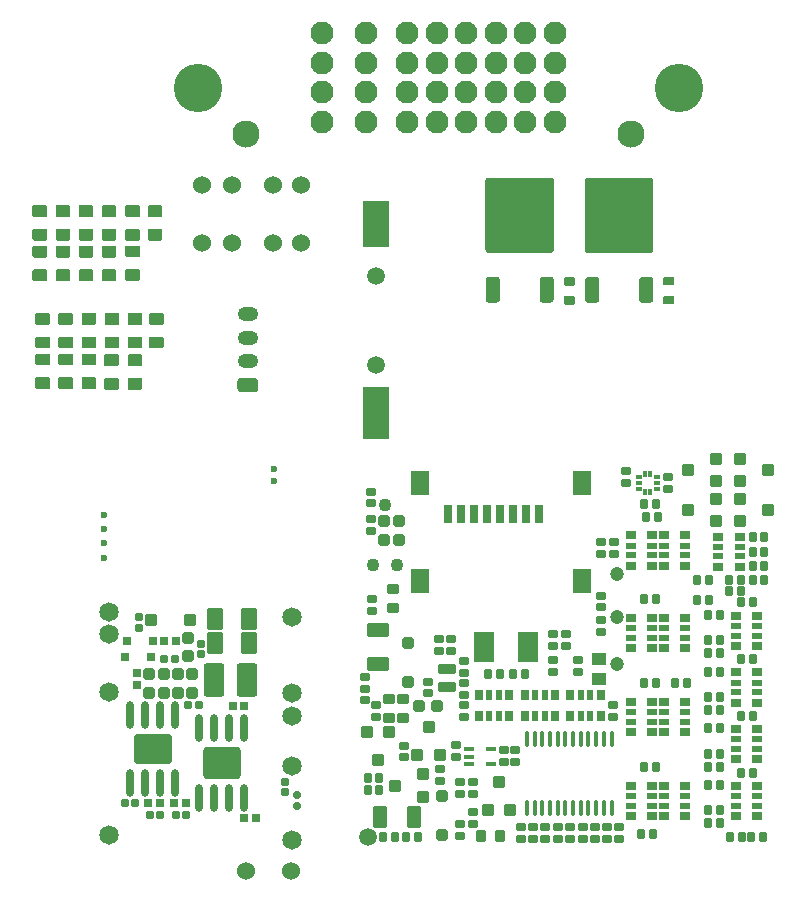
<source format=gbs>
G75*
G70*
%OFA0B0*%
%FSLAX25Y25*%
%IPPOS*%
%LPD*%
%AMOC8*
5,1,8,0,0,1.08239X$1,22.5*
%
%AMM108*
21,1,0.029530,0.026380,-0.000000,0.000000,0.000000*
21,1,0.020470,0.035430,-0.000000,0.000000,0.000000*
1,1,0.009060,0.010240,-0.013190*
1,1,0.009060,-0.010240,-0.013190*
1,1,0.009060,-0.010240,0.013190*
1,1,0.009060,0.010240,0.013190*
%
%AMM109*
21,1,0.021650,0.027950,-0.000000,0.000000,0.000000*
21,1,0.014170,0.035430,-0.000000,0.000000,0.000000*
1,1,0.007480,0.007090,-0.013980*
1,1,0.007480,-0.007090,-0.013980*
1,1,0.007480,-0.007090,0.013980*
1,1,0.007480,0.007090,0.013980*
%
%AMM112*
21,1,0.031500,0.018900,-0.000000,0.000000,180.000000*
21,1,0.022840,0.027560,-0.000000,0.000000,180.000000*
1,1,0.008660,-0.011420,0.009450*
1,1,0.008660,0.011420,0.009450*
1,1,0.008660,0.011420,-0.009450*
1,1,0.008660,-0.011420,-0.009450*
%
%AMM114*
21,1,0.031500,0.018900,-0.000000,0.000000,270.000000*
21,1,0.022840,0.027560,-0.000000,0.000000,270.000000*
1,1,0.008660,-0.009450,-0.011420*
1,1,0.008660,-0.009450,0.011420*
1,1,0.008660,0.009450,0.011420*
1,1,0.008660,0.009450,-0.011420*
%
%AMM116*
21,1,0.039370,0.030320,-0.000000,0.000000,0.000000*
21,1,0.028350,0.041340,-0.000000,0.000000,0.000000*
1,1,0.011020,0.014170,-0.015160*
1,1,0.011020,-0.014170,-0.015160*
1,1,0.011020,-0.014170,0.015160*
1,1,0.011020,0.014170,0.015160*
%
%AMM119*
21,1,0.031500,0.030710,-0.000000,0.000000,90.000000*
21,1,0.022050,0.040160,-0.000000,0.000000,90.000000*
1,1,0.009450,0.015350,0.011020*
1,1,0.009450,0.015350,-0.011020*
1,1,0.009450,-0.015350,-0.011020*
1,1,0.009450,-0.015350,0.011020*
%
%AMM137*
21,1,0.037400,0.026770,-0.000000,0.000000,180.000000*
21,1,0.026770,0.037400,-0.000000,0.000000,180.000000*
1,1,0.010630,-0.013390,0.013390*
1,1,0.010630,0.013390,0.013390*
1,1,0.010630,0.013390,-0.013390*
1,1,0.010630,-0.013390,-0.013390*
%
%AMM138*
21,1,0.029530,0.026380,-0.000000,0.000000,90.000000*
21,1,0.020470,0.035430,-0.000000,0.000000,90.000000*
1,1,0.009060,0.013190,0.010240*
1,1,0.009060,0.013190,-0.010240*
1,1,0.009060,-0.013190,-0.010240*
1,1,0.009060,-0.013190,0.010240*
%
%AMM139*
21,1,0.021650,0.027950,-0.000000,0.000000,90.000000*
21,1,0.014170,0.035430,-0.000000,0.000000,90.000000*
1,1,0.007480,0.013980,0.007090*
1,1,0.007480,0.013980,-0.007090*
1,1,0.007480,-0.013980,-0.007090*
1,1,0.007480,-0.013980,0.007090*
%
%AMM140*
21,1,0.037400,0.026770,-0.000000,0.000000,90.000000*
21,1,0.026770,0.037400,-0.000000,0.000000,90.000000*
1,1,0.010630,0.013390,0.013390*
1,1,0.010630,0.013390,-0.013390*
1,1,0.010630,-0.013390,-0.013390*
1,1,0.010630,-0.013390,0.013390*
%
%AMM141*
21,1,0.082680,0.045670,-0.000000,0.000000,270.000000*
21,1,0.067320,0.061020,-0.000000,0.000000,270.000000*
1,1,0.015350,-0.022840,-0.033660*
1,1,0.015350,-0.022840,0.033660*
1,1,0.015350,0.022840,0.033660*
1,1,0.015350,0.022840,-0.033660*
%
%AMM142*
21,1,0.062990,0.020470,-0.000000,0.000000,270.000000*
21,1,0.053940,0.029530,-0.000000,0.000000,270.000000*
1,1,0.009060,-0.010240,-0.026970*
1,1,0.009060,-0.010240,0.026970*
1,1,0.009060,0.010240,0.026970*
1,1,0.009060,0.010240,-0.026970*
%
%AMM143*
21,1,0.039370,0.030320,-0.000000,0.000000,270.000000*
21,1,0.028350,0.041340,-0.000000,0.000000,270.000000*
1,1,0.011020,-0.015160,-0.014170*
1,1,0.011020,-0.015160,0.014170*
1,1,0.011020,0.015160,0.014170*
1,1,0.011020,0.015160,-0.014170*
%
%AMM144*
21,1,0.016540,0.028980,-0.000000,0.000000,270.000000*
21,1,0.010080,0.035430,-0.000000,0.000000,270.000000*
1,1,0.006460,-0.014490,-0.005040*
1,1,0.006460,-0.014490,0.005040*
1,1,0.006460,0.014490,0.005040*
1,1,0.006460,0.014490,-0.005040*
%
%AMM145*
21,1,0.074800,0.036220,-0.000000,0.000000,90.000000*
21,1,0.061810,0.049210,-0.000000,0.000000,90.000000*
1,1,0.012990,0.018110,0.030910*
1,1,0.012990,0.018110,-0.030910*
1,1,0.012990,-0.018110,-0.030910*
1,1,0.012990,-0.018110,0.030910*
%
%AMM146*
21,1,0.039760,0.026770,-0.000000,0.000000,90.000000*
21,1,0.029130,0.037400,-0.000000,0.000000,90.000000*
1,1,0.010630,0.013390,0.014570*
1,1,0.010630,0.013390,-0.014570*
1,1,0.010630,-0.013390,-0.014570*
1,1,0.010630,-0.013390,0.014570*
%
%AMM147*
21,1,0.031500,0.049610,-0.000000,0.000000,90.000000*
21,1,0.022050,0.059060,-0.000000,0.000000,90.000000*
1,1,0.009450,0.024800,0.011020*
1,1,0.009450,0.024800,-0.011020*
1,1,0.009450,-0.024800,-0.011020*
1,1,0.009450,-0.024800,0.011020*
%
%AMM148*
21,1,0.074800,0.036220,-0.000000,0.000000,180.000000*
21,1,0.061810,0.049210,-0.000000,0.000000,180.000000*
1,1,0.012990,-0.030910,0.018110*
1,1,0.012990,0.030910,0.018110*
1,1,0.012990,0.030910,-0.018110*
1,1,0.012990,-0.030910,-0.018110*
%
%AMM149*
21,1,0.031500,0.030710,-0.000000,0.000000,180.000000*
21,1,0.022050,0.040160,-0.000000,0.000000,180.000000*
1,1,0.009450,-0.011020,0.015350*
1,1,0.009450,0.011020,0.015350*
1,1,0.009450,0.011020,-0.015350*
1,1,0.009450,-0.011020,-0.015350*
%
%AMM75*
21,1,0.041340,0.026770,0.000000,0.000000,0.000000*
21,1,0.029130,0.038980,0.000000,0.000000,0.000000*
1,1,0.012210,0.014570,-0.013390*
1,1,0.012210,-0.014570,-0.013390*
1,1,0.012210,-0.014570,0.013390*
1,1,0.012210,0.014570,0.013390*
%
%AMM76*
21,1,0.076380,0.036220,0.000000,0.000000,90.000000*
21,1,0.061810,0.050790,0.000000,0.000000,90.000000*
1,1,0.014570,0.018110,0.030910*
1,1,0.014570,0.018110,-0.030910*
1,1,0.014570,-0.018110,-0.030910*
1,1,0.014570,-0.018110,0.030910*
%
%AMM79*
21,1,0.029130,0.018900,0.000000,0.000000,90.000000*
21,1,0.018900,0.029130,0.000000,0.000000,90.000000*
1,1,0.010240,0.009450,0.009450*
1,1,0.010240,0.009450,-0.009450*
1,1,0.010240,-0.009450,-0.009450*
1,1,0.010240,-0.009450,0.009450*
%
%AMM80*
21,1,0.025200,0.019680,0.000000,0.000000,0.000000*
21,1,0.015750,0.029130,0.000000,0.000000,0.000000*
1,1,0.009450,0.007870,-0.009840*
1,1,0.009450,-0.007870,-0.009840*
1,1,0.009450,-0.007870,0.009840*
1,1,0.009450,0.007870,0.009840*
%
%AMM81*
21,1,0.025200,0.019680,0.000000,0.000000,270.000000*
21,1,0.015750,0.029130,0.000000,0.000000,270.000000*
1,1,0.009450,-0.009840,-0.007870*
1,1,0.009450,-0.009840,0.007870*
1,1,0.009450,0.009840,0.007870*
1,1,0.009450,0.009840,-0.007870*
%
%AMM87*
21,1,0.111810,0.050390,0.000000,0.000000,90.000000*
21,1,0.093700,0.068500,0.000000,0.000000,90.000000*
1,1,0.018110,0.025200,0.046850*
1,1,0.018110,0.025200,-0.046850*
1,1,0.018110,-0.025200,-0.046850*
1,1,0.018110,-0.025200,0.046850*
%
%AMM88*
21,1,0.038980,0.026770,0.000000,0.000000,270.000000*
21,1,0.026770,0.038980,0.000000,0.000000,270.000000*
1,1,0.012210,-0.013390,-0.013390*
1,1,0.012210,-0.013390,0.013390*
1,1,0.012210,0.013390,0.013390*
1,1,0.012210,0.013390,-0.013390*
%
%AMM89*
21,1,0.029130,0.018900,0.000000,0.000000,180.000000*
21,1,0.018900,0.029130,0.000000,0.000000,180.000000*
1,1,0.010240,-0.009450,0.009450*
1,1,0.010240,0.009450,0.009450*
1,1,0.010240,0.009450,-0.009450*
1,1,0.010240,-0.009450,-0.009450*
%
%AMM90*
21,1,0.127560,0.075590,0.000000,0.000000,180.000000*
21,1,0.103150,0.100000,0.000000,0.000000,180.000000*
1,1,0.024410,-0.051580,0.037800*
1,1,0.024410,0.051580,0.037800*
1,1,0.024410,0.051580,-0.037800*
1,1,0.024410,-0.051580,-0.037800*
%
%AMM91*
21,1,0.123620,0.083460,0.000000,0.000000,0.000000*
21,1,0.097240,0.109840,0.000000,0.000000,0.000000*
1,1,0.026380,0.048620,-0.041730*
1,1,0.026380,-0.048620,-0.041730*
1,1,0.026380,-0.048620,0.041730*
1,1,0.026380,0.048620,0.041730*
%
%ADD12C,0.06000*%
%ADD129C,0.04724*%
%ADD130C,0.04294*%
%ADD160R,0.01772X0.01870*%
%ADD166R,0.01870X0.01772*%
%ADD17O,0.06890X0.04724*%
%ADD18C,0.02362*%
%ADD191M75*%
%ADD192M76*%
%ADD195M79*%
%ADD196M80*%
%ADD197M81*%
%ADD198C,0.02913*%
%ADD199C,0.06457*%
%ADD206M87*%
%ADD207M88*%
%ADD208M89*%
%ADD209O,0.02520X0.09213*%
%ADD210M90*%
%ADD211M91*%
%ADD230M108*%
%ADD231M109*%
%ADD235M112*%
%ADD237M114*%
%ADD239M116*%
%ADD243M119*%
%ADD264M137*%
%ADD265M138*%
%ADD266M139*%
%ADD267M140*%
%ADD268M141*%
%ADD269M142*%
%ADD270M143*%
%ADD271M144*%
%ADD272O,0.01378X0.05354*%
%ADD273M145*%
%ADD274M146*%
%ADD275R,0.07087X0.09843*%
%ADD276M147*%
%ADD277R,0.04724X0.04331*%
%ADD278M148*%
%ADD279M149*%
%ADD31C,0.07677*%
%ADD38C,0.05906*%
%ADD53C,0.16142*%
%ADD54C,0.09055*%
%ADD63R,0.09055X0.17323*%
%ADD64R,0.09055X0.15748*%
X0000000Y0000000D02*
%LPD*%
G01*
D12*
X0111811Y0236024D03*
X0111811Y0216732D03*
G36*
G01*
X0096358Y0166929D02*
X0091437Y0166929D01*
G75*
G02*
X0090453Y0167913I0000000J0000984D01*
G01*
X0090453Y0170669D01*
G75*
G02*
X0091437Y0171654I0000984J0000000D01*
G01*
X0096358Y0171654D01*
G75*
G02*
X0097343Y0170669I0000000J-000984D01*
G01*
X0097343Y0167913D01*
G75*
G02*
X0096358Y0166929I-000984J0000000D01*
G01*
G37*
D17*
X0093898Y0177165D03*
X0093898Y0185039D03*
X0093898Y0192913D03*
D53*
X0237795Y0268307D03*
D54*
X0221654Y0253150D03*
X0093307Y0253150D03*
D53*
X0077165Y0268307D03*
D31*
X0196260Y0257087D03*
X0196260Y0266929D03*
X0196260Y0276772D03*
X0196260Y0286614D03*
X0186417Y0257087D03*
X0186417Y0266929D03*
X0186417Y0276772D03*
X0186417Y0286614D03*
X0176575Y0257087D03*
X0176575Y0266929D03*
X0176575Y0276772D03*
X0176575Y0286614D03*
X0166732Y0257087D03*
X0166732Y0266929D03*
X0166732Y0276772D03*
X0166732Y0286614D03*
X0156890Y0257087D03*
X0156890Y0266929D03*
X0156890Y0276772D03*
X0156890Y0286614D03*
X0147047Y0257087D03*
X0147047Y0266929D03*
X0147047Y0276772D03*
X0147047Y0286614D03*
X0133268Y0257087D03*
X0133268Y0266929D03*
X0133268Y0276772D03*
X0133268Y0286614D03*
X0118701Y0257087D03*
X0118701Y0266929D03*
X0118701Y0276772D03*
X0118701Y0286614D03*
D12*
X0088583Y0236024D03*
X0088583Y0216732D03*
X0093287Y0007480D03*
X0108287Y0007480D03*
X0078740Y0236024D03*
X0078740Y0216732D03*
X0102362Y0236024D03*
X0102362Y0216732D03*
D18*
X0045915Y0121260D03*
X0045915Y0125984D03*
X0045915Y0116535D03*
X0045915Y0111811D03*
X0102707Y0137244D03*
X0102707Y0141181D03*
D38*
X0108563Y0091831D03*
X0108563Y0066634D03*
X0108563Y0059154D03*
X0108563Y0042224D03*
D18*
X0110335Y0032776D03*
X0110335Y0028839D03*
D38*
X0108563Y0017618D03*
X0047539Y0093602D03*
X0047539Y0086319D03*
X0047539Y0066831D03*
X0047539Y0019390D03*
G36*
G01*
X0057579Y0203996D02*
X0053445Y0203996D01*
G75*
G02*
X0053051Y0204390I0000000J0000394D01*
G01*
X0053051Y0207539D01*
G75*
G02*
X0053445Y0207933I0000394J0000000D01*
G01*
X0057579Y0207933D01*
G75*
G02*
X0057973Y0207539I0000000J-000394D01*
G01*
X0057973Y0204390D01*
G75*
G02*
X0057579Y0203996I-000394J0000000D01*
G01*
G37*
G36*
G01*
X0057579Y0211870D02*
X0053445Y0211870D01*
G75*
G02*
X0053051Y0212264I0000000J0000394D01*
G01*
X0053051Y0215413D01*
G75*
G02*
X0053445Y0215807I0000394J0000000D01*
G01*
X0057579Y0215807D01*
G75*
G02*
X0057973Y0215413I0000000J-000394D01*
G01*
X0057973Y0212264D01*
G75*
G02*
X0057579Y0211870I-000394J0000000D01*
G01*
G37*
G36*
G01*
X0042028Y0203937D02*
X0037894Y0203937D01*
G75*
G02*
X0037500Y0204331I0000000J0000394D01*
G01*
X0037500Y0207480D01*
G75*
G02*
X0037894Y0207874I0000394J0000000D01*
G01*
X0042028Y0207874D01*
G75*
G02*
X0042421Y0207480I0000000J-000394D01*
G01*
X0042421Y0204331D01*
G75*
G02*
X0042028Y0203937I-000394J0000000D01*
G01*
G37*
G36*
G01*
X0042028Y0211811D02*
X0037894Y0211811D01*
G75*
G02*
X0037500Y0212205I0000000J0000394D01*
G01*
X0037500Y0215354D01*
G75*
G02*
X0037894Y0215748I0000394J0000000D01*
G01*
X0042028Y0215748D01*
G75*
G02*
X0042421Y0215354I0000000J-000394D01*
G01*
X0042421Y0212205D01*
G75*
G02*
X0042028Y0211811I-000394J0000000D01*
G01*
G37*
G36*
G01*
X0037894Y0229252D02*
X0042028Y0229252D01*
G75*
G02*
X0042421Y0228858I0000000J-000394D01*
G01*
X0042421Y0225709D01*
G75*
G02*
X0042028Y0225315I-000394J0000000D01*
G01*
X0037894Y0225315D01*
G75*
G02*
X0037500Y0225709I0000000J0000394D01*
G01*
X0037500Y0228858D01*
G75*
G02*
X0037894Y0229252I0000394J0000000D01*
G01*
G37*
G36*
G01*
X0037894Y0221378D02*
X0042028Y0221378D01*
G75*
G02*
X0042421Y0220984I0000000J-000394D01*
G01*
X0042421Y0217835D01*
G75*
G02*
X0042028Y0217441I-000394J0000000D01*
G01*
X0037894Y0217441D01*
G75*
G02*
X0037500Y0217835I0000000J0000394D01*
G01*
X0037500Y0220984D01*
G75*
G02*
X0037894Y0221378I0000394J0000000D01*
G01*
G37*
G36*
G01*
X0038878Y0193307D02*
X0043012Y0193307D01*
G75*
G02*
X0043406Y0192913I0000000J-000394D01*
G01*
X0043406Y0189764D01*
G75*
G02*
X0043012Y0189370I-000394J0000000D01*
G01*
X0038878Y0189370D01*
G75*
G02*
X0038484Y0189764I0000000J0000394D01*
G01*
X0038484Y0192913D01*
G75*
G02*
X0038878Y0193307I0000394J0000000D01*
G01*
G37*
G36*
G01*
X0038878Y0185433D02*
X0043012Y0185433D01*
G75*
G02*
X0043406Y0185039I0000000J-000394D01*
G01*
X0043406Y0181890D01*
G75*
G02*
X0043012Y0181496I-000394J0000000D01*
G01*
X0038878Y0181496D01*
G75*
G02*
X0038484Y0181890I0000000J0000394D01*
G01*
X0038484Y0185039D01*
G75*
G02*
X0038878Y0185433I0000394J0000000D01*
G01*
G37*
G36*
G01*
X0043012Y0167992D02*
X0038878Y0167992D01*
G75*
G02*
X0038484Y0168386I0000000J0000394D01*
G01*
X0038484Y0171535D01*
G75*
G02*
X0038878Y0171929I0000394J0000000D01*
G01*
X0043012Y0171929D01*
G75*
G02*
X0043406Y0171535I0000000J-000394D01*
G01*
X0043406Y0168386D01*
G75*
G02*
X0043012Y0167992I-000394J0000000D01*
G01*
G37*
G36*
G01*
X0043012Y0175866D02*
X0038878Y0175866D01*
G75*
G02*
X0038484Y0176260I0000000J0000394D01*
G01*
X0038484Y0179409D01*
G75*
G02*
X0038878Y0179803I0000394J0000000D01*
G01*
X0043012Y0179803D01*
G75*
G02*
X0043406Y0179409I0000000J-000394D01*
G01*
X0043406Y0176260D01*
G75*
G02*
X0043012Y0175866I-000394J0000000D01*
G01*
G37*
G36*
G01*
X0035335Y0167992D02*
X0031201Y0167992D01*
G75*
G02*
X0030807Y0168386I0000000J0000394D01*
G01*
X0030807Y0171535D01*
G75*
G02*
X0031201Y0171929I0000394J0000000D01*
G01*
X0035335Y0171929D01*
G75*
G02*
X0035728Y0171535I0000000J-000394D01*
G01*
X0035728Y0168386D01*
G75*
G02*
X0035335Y0167992I-000394J0000000D01*
G01*
G37*
G36*
G01*
X0035335Y0175866D02*
X0031201Y0175866D01*
G75*
G02*
X0030807Y0176260I0000000J0000394D01*
G01*
X0030807Y0179409D01*
G75*
G02*
X0031201Y0179803I0000394J0000000D01*
G01*
X0035335Y0179803D01*
G75*
G02*
X0035728Y0179409I0000000J-000394D01*
G01*
X0035728Y0176260D01*
G75*
G02*
X0035335Y0175866I-000394J0000000D01*
G01*
G37*
G36*
G01*
X0232717Y0205256D02*
X0235787Y0205256D01*
G75*
G02*
X0236063Y0204980I0000000J-000276D01*
G01*
X0236063Y0202776D01*
G75*
G02*
X0235787Y0202500I-000276J0000000D01*
G01*
X0232717Y0202500D01*
G75*
G02*
X0232441Y0202776I0000000J0000276D01*
G01*
X0232441Y0204980D01*
G75*
G02*
X0232717Y0205256I0000276J0000000D01*
G01*
G37*
G36*
G01*
X0232717Y0198957D02*
X0235787Y0198957D01*
G75*
G02*
X0236063Y0198681I0000000J-000276D01*
G01*
X0236063Y0196476D01*
G75*
G02*
X0235787Y0196201I-000276J0000000D01*
G01*
X0232717Y0196201D01*
G75*
G02*
X0232441Y0196476I0000000J0000276D01*
G01*
X0232441Y0198681D01*
G75*
G02*
X0232717Y0198957I0000276J0000000D01*
G01*
G37*
G36*
G01*
X0026673Y0203937D02*
X0022540Y0203937D01*
G75*
G02*
X0022146Y0204331I0000000J0000394D01*
G01*
X0022146Y0207480D01*
G75*
G02*
X0022540Y0207874I0000394J0000000D01*
G01*
X0026673Y0207874D01*
G75*
G02*
X0027067Y0207480I0000000J-000394D01*
G01*
X0027067Y0204331D01*
G75*
G02*
X0026673Y0203937I-000394J0000000D01*
G01*
G37*
G36*
G01*
X0026673Y0211811D02*
X0022540Y0211811D01*
G75*
G02*
X0022146Y0212205I0000000J0000394D01*
G01*
X0022146Y0215354D01*
G75*
G02*
X0022540Y0215748I0000394J0000000D01*
G01*
X0026673Y0215748D01*
G75*
G02*
X0027067Y0215354I0000000J-000394D01*
G01*
X0027067Y0212205D01*
G75*
G02*
X0026673Y0211811I-000394J0000000D01*
G01*
G37*
G36*
G01*
X0228071Y0196693D02*
X0225315Y0196693D01*
G75*
G02*
X0224331Y0197677I0000000J0000984D01*
G01*
X0224331Y0204370D01*
G75*
G02*
X0225315Y0205354I0000984J0000000D01*
G01*
X0228071Y0205354D01*
G75*
G02*
X0229055Y0204370I0000000J-000984D01*
G01*
X0229055Y0197677D01*
G75*
G02*
X0228071Y0196693I-000984J0000000D01*
G01*
G37*
G36*
G01*
X0228150Y0213228D02*
X0207283Y0213228D01*
G75*
G02*
X0206299Y0214213I0000000J0000984D01*
G01*
X0206299Y0237441D01*
G75*
G02*
X0207283Y0238425I0000984J0000000D01*
G01*
X0228150Y0238425D01*
G75*
G02*
X0229134Y0237441I0000000J-000984D01*
G01*
X0229134Y0214213D01*
G75*
G02*
X0228150Y0213228I-000984J0000000D01*
G01*
G37*
G36*
G01*
X0210118Y0196693D02*
X0207362Y0196693D01*
G75*
G02*
X0206378Y0197677I0000000J0000984D01*
G01*
X0206378Y0204370D01*
G75*
G02*
X0207362Y0205354I0000984J0000000D01*
G01*
X0210118Y0205354D01*
G75*
G02*
X0211102Y0204370I0000000J-000984D01*
G01*
X0211102Y0197677D01*
G75*
G02*
X0210118Y0196693I-000984J0000000D01*
G01*
G37*
G36*
G01*
X0049705Y0203937D02*
X0045571Y0203937D01*
G75*
G02*
X0045177Y0204331I0000000J0000394D01*
G01*
X0045177Y0207480D01*
G75*
G02*
X0045571Y0207874I0000394J0000000D01*
G01*
X0049705Y0207874D01*
G75*
G02*
X0050098Y0207480I0000000J-000394D01*
G01*
X0050098Y0204331D01*
G75*
G02*
X0049705Y0203937I-000394J0000000D01*
G01*
G37*
G36*
G01*
X0049705Y0211811D02*
X0045571Y0211811D01*
G75*
G02*
X0045177Y0212205I0000000J0000394D01*
G01*
X0045177Y0215354D01*
G75*
G02*
X0045571Y0215748I0000394J0000000D01*
G01*
X0049705Y0215748D01*
G75*
G02*
X0050098Y0215354I0000000J-000394D01*
G01*
X0050098Y0212205D01*
G75*
G02*
X0049705Y0211811I-000394J0000000D01*
G01*
G37*
G36*
G01*
X0034351Y0203937D02*
X0030217Y0203937D01*
G75*
G02*
X0029823Y0204331I0000000J0000394D01*
G01*
X0029823Y0207480D01*
G75*
G02*
X0030217Y0207874I0000394J0000000D01*
G01*
X0034351Y0207874D01*
G75*
G02*
X0034744Y0207480I0000000J-000394D01*
G01*
X0034744Y0204331D01*
G75*
G02*
X0034351Y0203937I-000394J0000000D01*
G01*
G37*
G36*
G01*
X0034351Y0211811D02*
X0030217Y0211811D01*
G75*
G02*
X0029823Y0212205I0000000J0000394D01*
G01*
X0029823Y0215354D01*
G75*
G02*
X0030217Y0215748I0000394J0000000D01*
G01*
X0034351Y0215748D01*
G75*
G02*
X0034744Y0215354I0000000J-000394D01*
G01*
X0034744Y0212205D01*
G75*
G02*
X0034351Y0211811I-000394J0000000D01*
G01*
G37*
G36*
G01*
X0060926Y0229252D02*
X0065059Y0229252D01*
G75*
G02*
X0065453Y0228858I0000000J-000394D01*
G01*
X0065453Y0225709D01*
G75*
G02*
X0065059Y0225315I-000394J0000000D01*
G01*
X0060926Y0225315D01*
G75*
G02*
X0060532Y0225709I0000000J0000394D01*
G01*
X0060532Y0228858D01*
G75*
G02*
X0060926Y0229252I0000394J0000000D01*
G01*
G37*
G36*
G01*
X0060926Y0221378D02*
X0065059Y0221378D01*
G75*
G02*
X0065453Y0220984I0000000J-000394D01*
G01*
X0065453Y0217835D01*
G75*
G02*
X0065059Y0217441I-000394J0000000D01*
G01*
X0060926Y0217441D01*
G75*
G02*
X0060532Y0217835I0000000J0000394D01*
G01*
X0060532Y0220984D01*
G75*
G02*
X0060926Y0221378I0000394J0000000D01*
G01*
G37*
G36*
G01*
X0023524Y0193307D02*
X0027658Y0193307D01*
G75*
G02*
X0028051Y0192913I0000000J-000394D01*
G01*
X0028051Y0189764D01*
G75*
G02*
X0027658Y0189370I-000394J0000000D01*
G01*
X0023524Y0189370D01*
G75*
G02*
X0023130Y0189764I0000000J0000394D01*
G01*
X0023130Y0192913D01*
G75*
G02*
X0023524Y0193307I0000394J0000000D01*
G01*
G37*
G36*
G01*
X0023524Y0185433D02*
X0027658Y0185433D01*
G75*
G02*
X0028051Y0185039I0000000J-000394D01*
G01*
X0028051Y0181890D01*
G75*
G02*
X0027658Y0181496I-000394J0000000D01*
G01*
X0023524Y0181496D01*
G75*
G02*
X0023130Y0181890I0000000J0000394D01*
G01*
X0023130Y0185039D01*
G75*
G02*
X0023524Y0185433I0000394J0000000D01*
G01*
G37*
G36*
G01*
X0027658Y0167992D02*
X0023524Y0167992D01*
G75*
G02*
X0023130Y0168386I0000000J0000394D01*
G01*
X0023130Y0171535D01*
G75*
G02*
X0023524Y0171929I0000394J0000000D01*
G01*
X0027658Y0171929D01*
G75*
G02*
X0028051Y0171535I0000000J-000394D01*
G01*
X0028051Y0168386D01*
G75*
G02*
X0027658Y0167992I-000394J0000000D01*
G01*
G37*
G36*
G01*
X0027658Y0175866D02*
X0023524Y0175866D01*
G75*
G02*
X0023130Y0176260I0000000J0000394D01*
G01*
X0023130Y0179409D01*
G75*
G02*
X0023524Y0179803I0000394J0000000D01*
G01*
X0027658Y0179803D01*
G75*
G02*
X0028051Y0179409I0000000J-000394D01*
G01*
X0028051Y0176260D01*
G75*
G02*
X0027658Y0175866I-000394J0000000D01*
G01*
G37*
G36*
G01*
X0054232Y0193307D02*
X0058366Y0193307D01*
G75*
G02*
X0058760Y0192913I0000000J-000394D01*
G01*
X0058760Y0189764D01*
G75*
G02*
X0058366Y0189370I-000394J0000000D01*
G01*
X0054232Y0189370D01*
G75*
G02*
X0053838Y0189764I0000000J0000394D01*
G01*
X0053838Y0192913D01*
G75*
G02*
X0054232Y0193307I0000394J0000000D01*
G01*
G37*
G36*
G01*
X0054232Y0185433D02*
X0058366Y0185433D01*
G75*
G02*
X0058760Y0185039I0000000J-000394D01*
G01*
X0058760Y0181890D01*
G75*
G02*
X0058366Y0181496I-000394J0000000D01*
G01*
X0054232Y0181496D01*
G75*
G02*
X0053838Y0181890I0000000J0000394D01*
G01*
X0053838Y0185039D01*
G75*
G02*
X0054232Y0185433I0000394J0000000D01*
G01*
G37*
X0136614Y0175984D03*
X0136614Y0205511D03*
D63*
X0136614Y0159842D03*
D64*
X0136614Y0222834D03*
G36*
G01*
X0199557Y0205217D02*
X0202628Y0205217D01*
G75*
G02*
X0202904Y0204941I0000000J-000276D01*
G01*
X0202904Y0202736D01*
G75*
G02*
X0202628Y0202461I-000276J0000000D01*
G01*
X0199557Y0202461D01*
G75*
G02*
X0199281Y0202736I0000000J0000276D01*
G01*
X0199281Y0204941D01*
G75*
G02*
X0199557Y0205217I0000276J0000000D01*
G01*
G37*
G36*
G01*
X0199557Y0198917D02*
X0202628Y0198917D01*
G75*
G02*
X0202904Y0198642I0000000J-000276D01*
G01*
X0202904Y0196437D01*
G75*
G02*
X0202628Y0196161I-000276J0000000D01*
G01*
X0199557Y0196161D01*
G75*
G02*
X0199281Y0196437I0000000J0000276D01*
G01*
X0199281Y0198642D01*
G75*
G02*
X0199557Y0198917I0000276J0000000D01*
G01*
G37*
G36*
G01*
X0058366Y0167717D02*
X0054232Y0167717D01*
G75*
G02*
X0053839Y0168110I0000000J0000394D01*
G01*
X0053839Y0171260D01*
G75*
G02*
X0054232Y0171654I0000394J0000000D01*
G01*
X0058366Y0171654D01*
G75*
G02*
X0058760Y0171260I0000000J-000394D01*
G01*
X0058760Y0168110D01*
G75*
G02*
X0058366Y0167717I-000394J0000000D01*
G01*
G37*
G36*
G01*
X0058366Y0175591D02*
X0054232Y0175591D01*
G75*
G02*
X0053839Y0175984I0000000J0000394D01*
G01*
X0053839Y0179134D01*
G75*
G02*
X0054232Y0179528I0000394J0000000D01*
G01*
X0058366Y0179528D01*
G75*
G02*
X0058760Y0179134I0000000J-000394D01*
G01*
X0058760Y0175984D01*
G75*
G02*
X0058366Y0175591I-000394J0000000D01*
G01*
G37*
G36*
G01*
X0061319Y0193307D02*
X0065453Y0193307D01*
G75*
G02*
X0065846Y0192913I0000000J-000394D01*
G01*
X0065846Y0189764D01*
G75*
G02*
X0065453Y0189370I-000394J0000000D01*
G01*
X0061319Y0189370D01*
G75*
G02*
X0060925Y0189764I0000000J0000394D01*
G01*
X0060925Y0192913D01*
G75*
G02*
X0061319Y0193307I0000394J0000000D01*
G01*
G37*
G36*
G01*
X0061319Y0185433D02*
X0065453Y0185433D01*
G75*
G02*
X0065846Y0185039I0000000J-000394D01*
G01*
X0065846Y0181890D01*
G75*
G02*
X0065453Y0181496I-000394J0000000D01*
G01*
X0061319Y0181496D01*
G75*
G02*
X0060925Y0181890I0000000J0000394D01*
G01*
X0060925Y0185039D01*
G75*
G02*
X0061319Y0185433I0000394J0000000D01*
G01*
G37*
G36*
G01*
X0046555Y0193307D02*
X0050689Y0193307D01*
G75*
G02*
X0051083Y0192913I0000000J-000394D01*
G01*
X0051083Y0189764D01*
G75*
G02*
X0050689Y0189370I-000394J0000000D01*
G01*
X0046555Y0189370D01*
G75*
G02*
X0046161Y0189764I0000000J0000394D01*
G01*
X0046161Y0192913D01*
G75*
G02*
X0046555Y0193307I0000394J0000000D01*
G01*
G37*
G36*
G01*
X0046555Y0185433D02*
X0050689Y0185433D01*
G75*
G02*
X0051083Y0185039I0000000J-000394D01*
G01*
X0051083Y0181890D01*
G75*
G02*
X0050689Y0181496I-000394J0000000D01*
G01*
X0046555Y0181496D01*
G75*
G02*
X0046161Y0181890I0000000J0000394D01*
G01*
X0046161Y0185039D01*
G75*
G02*
X0046555Y0185433I0000394J0000000D01*
G01*
G37*
G36*
G01*
X0050492Y0167717D02*
X0046358Y0167717D01*
G75*
G02*
X0045965Y0168110I0000000J0000394D01*
G01*
X0045965Y0171260D01*
G75*
G02*
X0046358Y0171654I0000394J0000000D01*
G01*
X0050492Y0171654D01*
G75*
G02*
X0050886Y0171260I0000000J-000394D01*
G01*
X0050886Y0168110D01*
G75*
G02*
X0050492Y0167717I-000394J0000000D01*
G01*
G37*
G36*
G01*
X0050492Y0175591D02*
X0046358Y0175591D01*
G75*
G02*
X0045965Y0175984I0000000J0000394D01*
G01*
X0045965Y0179134D01*
G75*
G02*
X0046358Y0179528I0000394J0000000D01*
G01*
X0050492Y0179528D01*
G75*
G02*
X0050886Y0179134I0000000J-000394D01*
G01*
X0050886Y0175984D01*
G75*
G02*
X0050492Y0175591I-000394J0000000D01*
G01*
G37*
G36*
G01*
X0194902Y0196752D02*
X0192146Y0196752D01*
G75*
G02*
X0191161Y0197736I0000000J0000984D01*
G01*
X0191161Y0204429D01*
G75*
G02*
X0192146Y0205413I0000984J0000000D01*
G01*
X0194902Y0205413D01*
G75*
G02*
X0195886Y0204429I0000000J-000984D01*
G01*
X0195886Y0197736D01*
G75*
G02*
X0194902Y0196752I-000984J0000000D01*
G01*
G37*
G36*
G01*
X0194980Y0213287D02*
X0174114Y0213287D01*
G75*
G02*
X0173130Y0214272I0000000J0000984D01*
G01*
X0173130Y0237500D01*
G75*
G02*
X0174114Y0238484I0000984J0000000D01*
G01*
X0194980Y0238484D01*
G75*
G02*
X0195965Y0237500I0000000J-000984D01*
G01*
X0195965Y0214272D01*
G75*
G02*
X0194980Y0213287I-000984J0000000D01*
G01*
G37*
G36*
G01*
X0176949Y0196752D02*
X0174193Y0196752D01*
G75*
G02*
X0173209Y0197736I0000000J0000984D01*
G01*
X0173209Y0204429D01*
G75*
G02*
X0174193Y0205413I0000984J0000000D01*
G01*
X0176949Y0205413D01*
G75*
G02*
X0177933Y0204429I0000000J-000984D01*
G01*
X0177933Y0197736D01*
G75*
G02*
X0176949Y0196752I-000984J0000000D01*
G01*
G37*
G36*
G01*
X0022540Y0229252D02*
X0026673Y0229252D01*
G75*
G02*
X0027067Y0228858I0000000J-000394D01*
G01*
X0027067Y0225709D01*
G75*
G02*
X0026673Y0225315I-000394J0000000D01*
G01*
X0022540Y0225315D01*
G75*
G02*
X0022146Y0225709I0000000J0000394D01*
G01*
X0022146Y0228858D01*
G75*
G02*
X0022540Y0229252I0000394J0000000D01*
G01*
G37*
G36*
G01*
X0022540Y0221378D02*
X0026673Y0221378D01*
G75*
G02*
X0027067Y0220984I0000000J-000394D01*
G01*
X0027067Y0217835D01*
G75*
G02*
X0026673Y0217441I-000394J0000000D01*
G01*
X0022540Y0217441D01*
G75*
G02*
X0022146Y0217835I0000000J0000394D01*
G01*
X0022146Y0220984D01*
G75*
G02*
X0022540Y0221378I0000394J0000000D01*
G01*
G37*
G36*
G01*
X0045571Y0229252D02*
X0049705Y0229252D01*
G75*
G02*
X0050098Y0228858I0000000J-000394D01*
G01*
X0050098Y0225709D01*
G75*
G02*
X0049705Y0225315I-000394J0000000D01*
G01*
X0045571Y0225315D01*
G75*
G02*
X0045177Y0225709I0000000J0000394D01*
G01*
X0045177Y0228858D01*
G75*
G02*
X0045571Y0229252I0000394J0000000D01*
G01*
G37*
G36*
G01*
X0045571Y0221378D02*
X0049705Y0221378D01*
G75*
G02*
X0050098Y0220984I0000000J-000394D01*
G01*
X0050098Y0217835D01*
G75*
G02*
X0049705Y0217441I-000394J0000000D01*
G01*
X0045571Y0217441D01*
G75*
G02*
X0045177Y0217835I0000000J0000394D01*
G01*
X0045177Y0220984D01*
G75*
G02*
X0045571Y0221378I0000394J0000000D01*
G01*
G37*
G36*
G01*
X0030217Y0229252D02*
X0034351Y0229252D01*
G75*
G02*
X0034744Y0228858I0000000J-000394D01*
G01*
X0034744Y0225709D01*
G75*
G02*
X0034351Y0225315I-000394J0000000D01*
G01*
X0030217Y0225315D01*
G75*
G02*
X0029823Y0225709I0000000J0000394D01*
G01*
X0029823Y0228858D01*
G75*
G02*
X0030217Y0229252I0000394J0000000D01*
G01*
G37*
G36*
G01*
X0030217Y0221378D02*
X0034351Y0221378D01*
G75*
G02*
X0034744Y0220984I0000000J-000394D01*
G01*
X0034744Y0217835D01*
G75*
G02*
X0034351Y0217441I-000394J0000000D01*
G01*
X0030217Y0217441D01*
G75*
G02*
X0029823Y0217835I0000000J0000394D01*
G01*
X0029823Y0220984D01*
G75*
G02*
X0030217Y0221378I0000394J0000000D01*
G01*
G37*
G36*
G01*
X0053445Y0229193D02*
X0057579Y0229193D01*
G75*
G02*
X0057973Y0228799I0000000J-000394D01*
G01*
X0057973Y0225650D01*
G75*
G02*
X0057579Y0225256I-000394J0000000D01*
G01*
X0053445Y0225256D01*
G75*
G02*
X0053051Y0225650I0000000J0000394D01*
G01*
X0053051Y0228799D01*
G75*
G02*
X0053445Y0229193I0000394J0000000D01*
G01*
G37*
G36*
G01*
X0053445Y0221319D02*
X0057579Y0221319D01*
G75*
G02*
X0057973Y0220925I0000000J-000394D01*
G01*
X0057973Y0217776D01*
G75*
G02*
X0057579Y0217382I-000394J0000000D01*
G01*
X0053445Y0217382D01*
G75*
G02*
X0053051Y0217776I0000000J0000394D01*
G01*
X0053051Y0220925D01*
G75*
G02*
X0053445Y0221319I0000394J0000000D01*
G01*
G37*
G36*
G01*
X0031201Y0193307D02*
X0035335Y0193307D01*
G75*
G02*
X0035728Y0192913I0000000J-000394D01*
G01*
X0035728Y0189764D01*
G75*
G02*
X0035335Y0189370I-000394J0000000D01*
G01*
X0031201Y0189370D01*
G75*
G02*
X0030807Y0189764I0000000J0000394D01*
G01*
X0030807Y0192913D01*
G75*
G02*
X0031201Y0193307I0000394J0000000D01*
G01*
G37*
G36*
G01*
X0031201Y0185433D02*
X0035335Y0185433D01*
G75*
G02*
X0035728Y0185039I0000000J-000394D01*
G01*
X0035728Y0181890D01*
G75*
G02*
X0035335Y0181496I-000394J0000000D01*
G01*
X0031201Y0181496D01*
G75*
G02*
X0030807Y0181890I0000000J0000394D01*
G01*
X0030807Y0185039D01*
G75*
G02*
X0031201Y0185433I0000394J0000000D01*
G01*
G37*
X0271260Y0014173D02*
G01*
G75*
D230*
X0186221Y0066142D02*
D03*
X0211516Y0066142D02*
D03*
X0196260Y0066142D02*
D03*
X0201476Y0066142D02*
D03*
X0170965Y0059055D02*
D03*
X0170965Y0066142D02*
D03*
X0181004Y0066142D02*
D03*
X0181004Y0059055D02*
D03*
X0211516Y0059055D02*
D03*
X0201476Y0059055D02*
D03*
X0196260Y0059055D02*
D03*
X0186221Y0059055D02*
D03*
D231*
X0189666Y0066142D02*
D03*
X0204921Y0066142D02*
D03*
X0192815Y0066142D02*
D03*
X0208071Y0066142D02*
D03*
X0177559Y0066142D02*
D03*
X0174410Y0066142D02*
D03*
X0174410Y0059055D02*
D03*
X0177559Y0059055D02*
D03*
X0204921Y0059055D02*
D03*
X0208071Y0059055D02*
D03*
X0189666Y0059055D02*
D03*
X0192815Y0059055D02*
D03*
D235*
X0133071Y0068110D02*
D03*
X0133071Y0064173D02*
D03*
X0136614Y0062598D02*
D03*
X0136614Y0058661D02*
D03*
X0153937Y0070472D02*
D03*
X0153937Y0066535D02*
D03*
X0211639Y0099125D02*
D03*
X0211639Y0095188D02*
D03*
X0211639Y0090929D02*
D03*
X0211639Y0086992D02*
D03*
X0179172Y0047607D02*
D03*
X0179172Y0043670D02*
D03*
X0182895Y0047607D02*
D03*
X0182895Y0043670D02*
D03*
X0146063Y0045191D02*
D03*
X0146063Y0049128D02*
D03*
X0135130Y0133825D02*
D03*
X0135369Y0098077D02*
D03*
X0211639Y0112992D02*
D03*
X0157481Y0080708D02*
D03*
X0161811Y0080708D02*
D03*
X0166030Y0077278D02*
D03*
X0165975Y0066001D02*
D03*
X0195635Y0086417D02*
D03*
X0195635Y0077628D02*
D03*
X0204120Y0073691D02*
D03*
X0233986Y0138608D02*
D03*
X0216142Y0112992D02*
D03*
X0133071Y0072047D02*
D03*
X0166066Y0058661D02*
D03*
X0164668Y0037008D02*
D03*
X0164668Y0022943D02*
D03*
X0168898Y0037008D02*
D03*
X0168898Y0022943D02*
D03*
X0215806Y0062646D02*
D03*
X0217717Y0018110D02*
D03*
X0157481Y0084645D02*
D03*
X0195635Y0073691D02*
D03*
X0195635Y0082480D02*
D03*
X0200123Y0082480D02*
D03*
X0200123Y0086417D02*
D03*
X0220079Y0140551D02*
D03*
X0220079Y0136614D02*
D03*
X0233986Y0134671D02*
D03*
X0163162Y0049226D02*
D03*
X0163162Y0045289D02*
D03*
X0164668Y0019005D02*
D03*
X0166066Y0062598D02*
D03*
X0204120Y0077628D02*
D03*
X0165975Y0069938D02*
D03*
X0166030Y0073341D02*
D03*
X0168898Y0033071D02*
D03*
X0215806Y0058709D02*
D03*
X0217717Y0022047D02*
D03*
X0135369Y0094140D02*
D03*
X0133071Y0068110D02*
D03*
X0158095Y0041338D02*
D03*
X0158095Y0037401D02*
D03*
X0164668Y0033071D02*
D03*
X0216142Y0116929D02*
D03*
X0211639Y0116929D02*
D03*
X0161811Y0084645D02*
D03*
X0135130Y0129888D02*
D03*
X0135130Y0120572D02*
D03*
X0135130Y0124509D02*
D03*
X0168898Y0026880D02*
D03*
X0213780Y0018110D02*
D03*
X0213780Y0022047D02*
D03*
X0201378Y0018110D02*
D03*
X0201378Y0022047D02*
D03*
X0197244Y0018110D02*
D03*
X0197244Y0022047D02*
D03*
X0188976Y0018110D02*
D03*
X0188976Y0022047D02*
D03*
X0193110Y0018110D02*
D03*
X0193110Y0022047D02*
D03*
X0184843Y0018110D02*
D03*
X0184843Y0022047D02*
D03*
X0205512Y0018110D02*
D03*
X0205512Y0022047D02*
D03*
X0209646Y0018110D02*
D03*
X0209646Y0022047D02*
D03*
D237*
X0182284Y0073100D02*
D03*
X0178051Y0073100D02*
D03*
X0266142Y0118504D02*
D03*
X0266142Y0113779D02*
D03*
X0266142Y0109055D02*
D03*
X0266142Y0104331D02*
D03*
X0137795Y0034252D02*
D03*
X0137795Y0038386D02*
D03*
X0230016Y0129566D02*
D03*
X0226079Y0129566D02*
D03*
X0138977Y0018637D02*
D03*
X0142913Y0018637D02*
D03*
X0174114Y0073100D02*
D03*
X0186221Y0073100D02*
D03*
X0230512Y0125394D02*
D03*
X0226575Y0125394D02*
D03*
X0258288Y0100621D02*
D03*
X0254351Y0100621D02*
D03*
X0254351Y0104331D02*
D03*
X0258288Y0104331D02*
D03*
X0243701Y0104331D02*
D03*
X0247638Y0104331D02*
D03*
X0262205Y0104331D02*
D03*
X0262205Y0109055D02*
D03*
X0262205Y0118504D02*
D03*
X0262205Y0113779D02*
D03*
X0229011Y0019672D02*
D03*
X0225074Y0019672D02*
D03*
X0225984Y0069882D02*
D03*
X0229921Y0069882D02*
D03*
X0236221Y0069882D02*
D03*
X0240158Y0069882D02*
D03*
X0225984Y0041929D02*
D03*
X0229921Y0041929D02*
D03*
X0251378Y0065354D02*
D03*
X0247441Y0065354D02*
D03*
X0251378Y0036024D02*
D03*
X0247441Y0036024D02*
D03*
X0251378Y0023228D02*
D03*
X0247441Y0023228D02*
D03*
X0258288Y0040120D02*
D03*
X0262225Y0040120D02*
D03*
X0258662Y0018504D02*
D03*
X0254725Y0018504D02*
D03*
X0261811Y0018701D02*
D03*
X0265748Y0018701D02*
D03*
X0150503Y0018637D02*
D03*
X0146566Y0018637D02*
D03*
X0133858Y0034252D02*
D03*
X0133858Y0038386D02*
D03*
X0247441Y0042126D02*
D03*
X0251378Y0042126D02*
D03*
X0247441Y0046456D02*
D03*
X0251378Y0046456D02*
D03*
X0247441Y0054921D02*
D03*
X0251378Y0054921D02*
D03*
X0262225Y0059087D02*
D03*
X0258288Y0059087D02*
D03*
X0229921Y0097834D02*
D03*
X0225984Y0097834D02*
D03*
X0247441Y0027559D02*
D03*
X0251378Y0027559D02*
D03*
X0262225Y0077930D02*
D03*
X0258288Y0077930D02*
D03*
X0247441Y0073819D02*
D03*
X0251378Y0073819D02*
D03*
X0247441Y0061024D02*
D03*
X0251378Y0061024D02*
D03*
X0262225Y0096910D02*
D03*
X0258288Y0096910D02*
D03*
X0247441Y0092717D02*
D03*
X0251378Y0092717D02*
D03*
X0247441Y0084252D02*
D03*
X0251378Y0084252D02*
D03*
X0247441Y0079921D02*
D03*
X0251378Y0079921D02*
D03*
X0243701Y0097698D02*
D03*
X0247638Y0097698D02*
D03*
D239*
X0141004Y0053730D02*
D03*
X0150479Y0045990D02*
D03*
X0173849Y0027657D02*
D03*
D243*
X0142421Y0101378D02*
D03*
X0142421Y0095078D02*
D03*
X0141043Y0064764D02*
D03*
X0141043Y0058464D02*
D03*
X0145669Y0064764D02*
D03*
X0145669Y0058464D02*
D03*
D239*
X0177590Y0036909D02*
D03*
X0157959Y0045990D02*
D03*
X0154219Y0055242D02*
D03*
X0133524Y0053730D02*
D03*
X0137264Y0044478D02*
D03*
X0181330Y0027657D02*
D03*
D129*
X0217126Y0092086D02*
D03*
X0217126Y0106299D02*
D03*
X0217126Y0076299D02*
D03*
D130*
X0139567Y0129291D02*
D03*
X0143567Y0109291D02*
D03*
X0135567Y0109291D02*
D03*
D38*
X0133858Y0018504D02*
D03*
D264*
X0150866Y0062204D02*
D03*
X0157087Y0062204D02*
D03*
D265*
X0221654Y0091634D02*
D03*
X0228740Y0091634D02*
D03*
X0228740Y0081594D02*
D03*
X0221654Y0081594D02*
D03*
X0228740Y0063681D02*
D03*
X0228740Y0035728D02*
D03*
X0232677Y0053642D02*
D03*
X0257874Y0108760D02*
D03*
X0250788Y0108760D02*
D03*
X0250788Y0118799D02*
D03*
X0257874Y0118799D02*
D03*
X0239764Y0025689D02*
D03*
X0232677Y0025689D02*
D03*
X0232677Y0035728D02*
D03*
X0239764Y0035728D02*
D03*
X0221654Y0035728D02*
D03*
X0228740Y0025689D02*
D03*
X0221654Y0025689D02*
D03*
X0239764Y0053642D02*
D03*
X0232677Y0063681D02*
D03*
X0239764Y0063681D02*
D03*
X0221654Y0063681D02*
D03*
X0228740Y0053642D02*
D03*
X0221654Y0053642D02*
D03*
X0263583Y0054626D02*
D03*
X0256496Y0054626D02*
D03*
X0256496Y0044586D02*
D03*
X0263583Y0044586D02*
D03*
X0263583Y0035728D02*
D03*
X0256496Y0035728D02*
D03*
X0256496Y0025689D02*
D03*
X0263583Y0025689D02*
D03*
X0263583Y0073524D02*
D03*
X0256496Y0073524D02*
D03*
X0256496Y0063484D02*
D03*
X0263583Y0063484D02*
D03*
X0263583Y0092421D02*
D03*
X0256496Y0092421D02*
D03*
X0256496Y0082382D02*
D03*
X0263583Y0082382D02*
D03*
X0239764Y0091634D02*
D03*
X0232677Y0091634D02*
D03*
X0232677Y0081594D02*
D03*
X0239764Y0081594D02*
D03*
X0239764Y0119193D02*
D03*
X0232677Y0119193D02*
D03*
X0232677Y0109153D02*
D03*
X0239764Y0109153D02*
D03*
X0221654Y0109153D02*
D03*
X0228740Y0109153D02*
D03*
X0228740Y0119193D02*
D03*
X0221654Y0119193D02*
D03*
D266*
X0228740Y0085039D02*
D03*
X0228740Y0088189D02*
D03*
X0221654Y0088189D02*
D03*
X0221654Y0085039D02*
D03*
X0228740Y0060236D02*
D03*
X0228740Y0032283D02*
D03*
X0232677Y0057086D02*
D03*
X0250788Y0115354D02*
D03*
X0250788Y0112205D02*
D03*
X0257874Y0112205D02*
D03*
X0257874Y0115354D02*
D03*
X0232677Y0032283D02*
D03*
X0232677Y0029134D02*
D03*
X0239764Y0029134D02*
D03*
X0239764Y0032283D02*
D03*
X0228740Y0029134D02*
D03*
X0221654Y0032283D02*
D03*
X0221654Y0029134D02*
D03*
X0232677Y0060236D02*
D03*
X0239764Y0057086D02*
D03*
X0239764Y0060236D02*
D03*
X0228740Y0057087D02*
D03*
X0221654Y0060236D02*
D03*
X0221654Y0057087D02*
D03*
X0263583Y0051181D02*
D03*
X0263583Y0048031D02*
D03*
X0256496Y0048031D02*
D03*
X0256496Y0051181D02*
D03*
X0263583Y0032284D02*
D03*
X0263583Y0029134D02*
D03*
X0256496Y0029134D02*
D03*
X0256496Y0032284D02*
D03*
X0263583Y0070079D02*
D03*
X0263583Y0066929D02*
D03*
X0256496Y0066929D02*
D03*
X0256496Y0070079D02*
D03*
X0263583Y0088976D02*
D03*
X0263583Y0085827D02*
D03*
X0256496Y0085827D02*
D03*
X0256496Y0088976D02*
D03*
X0239764Y0088189D02*
D03*
X0239764Y0085039D02*
D03*
X0232677Y0085039D02*
D03*
X0232677Y0088189D02*
D03*
X0239764Y0115748D02*
D03*
X0239764Y0112598D02*
D03*
X0232677Y0112598D02*
D03*
X0232677Y0115748D02*
D03*
X0221654Y0112598D02*
D03*
X0221654Y0115748D02*
D03*
X0228740Y0115748D02*
D03*
X0228740Y0112598D02*
D03*
D267*
X0144390Y0123976D02*
D03*
X0139400Y0123976D02*
D03*
X0139400Y0117756D02*
D03*
X0144390Y0117756D02*
D03*
D268*
X0151280Y0136614D02*
D03*
X0151280Y0103937D02*
D03*
X0205413Y0136614D02*
D03*
X0205413Y0103937D02*
D03*
D269*
X0169311Y0126378D02*
D03*
X0160650Y0126378D02*
D03*
X0164980Y0126378D02*
D03*
X0173642Y0126378D02*
D03*
X0177973Y0126378D02*
D03*
X0182303Y0126378D02*
D03*
X0186634Y0126378D02*
D03*
X0190965Y0126378D02*
D03*
D270*
X0249921Y0144685D02*
D03*
X0249921Y0131481D02*
D03*
X0257953Y0137204D02*
D03*
X0257953Y0124001D02*
D03*
X0240669Y0140945D02*
D03*
X0240669Y0127741D02*
D03*
X0267205Y0127741D02*
D03*
X0152284Y0039567D02*
D03*
X0143032Y0035827D02*
D03*
X0267205Y0140945D02*
D03*
D166*
X0224148Y0138608D02*
D03*
X0224148Y0134671D02*
D03*
X0230152Y0138608D02*
D03*
X0230152Y0136640D02*
D03*
X0224148Y0136640D02*
D03*
X0230152Y0134671D02*
D03*
D271*
X0167500Y0048043D02*
D03*
X0167500Y0042925D02*
D03*
X0167500Y0045484D02*
D03*
X0174981Y0048043D02*
D03*
X0174981Y0042925D02*
D03*
D272*
X0187008Y0051260D02*
D03*
X0189567Y0028268D02*
D03*
X0187008Y0028268D02*
D03*
X0210039Y0051260D02*
D03*
X0212598Y0028268D02*
D03*
X0215158Y0028268D02*
D03*
X0210039Y0028268D02*
D03*
X0207480Y0028268D02*
D03*
X0204921Y0028268D02*
D03*
X0202362Y0028268D02*
D03*
X0199803Y0028268D02*
D03*
X0197244Y0028268D02*
D03*
X0194685Y0028268D02*
D03*
X0192126Y0028268D02*
D03*
X0215158Y0051260D02*
D03*
X0212598Y0051260D02*
D03*
X0207480Y0051260D02*
D03*
X0204921Y0051260D02*
D03*
X0202362Y0051260D02*
D03*
X0199803Y0051260D02*
D03*
X0197244Y0051260D02*
D03*
X0194685Y0051260D02*
D03*
X0192126Y0051260D02*
D03*
X0189567Y0051260D02*
D03*
D273*
X0149421Y0025197D02*
D03*
X0138003Y0025197D02*
D03*
D274*
X0147286Y0083287D02*
D03*
X0147286Y0070295D02*
D03*
X0158486Y0019210D02*
D03*
X0158486Y0032202D02*
D03*
D275*
X0172691Y0082062D02*
D03*
X0187258Y0082062D02*
D03*
D160*
X0228134Y0133638D02*
D03*
X0226166Y0133638D02*
D03*
X0226166Y0139642D02*
D03*
X0228134Y0139642D02*
D03*
D276*
X0160168Y0068651D02*
D03*
X0160168Y0074556D02*
D03*
D270*
X0249921Y0137204D02*
D03*
X0249921Y0124001D02*
D03*
X0257953Y0131481D02*
D03*
X0152284Y0032086D02*
D03*
X0257953Y0144685D02*
D03*
D277*
X0210827Y0071454D02*
D03*
X0210827Y0078147D02*
D03*
D278*
X0137290Y0087815D02*
D03*
X0137290Y0076398D02*
D03*
D279*
X0171654Y0018898D02*
D03*
X0177953Y0018898D02*
D03*
X0104183Y0148425D02*
%LPD*%
G01*
D18*
X0045915Y0121260D03*
X0045915Y0125984D03*
X0045915Y0116535D03*
X0045915Y0111811D03*
X0102707Y0137244D03*
X0102707Y0141181D03*
X0044587Y0014665D02*
G01*
G75*
D191*
X0074502Y0091043D02*
D03*
X0061510Y0091043D02*
D03*
D192*
X0094362Y0091437D02*
D03*
X0082945Y0091437D02*
D03*
X0094362Y0083405D02*
D03*
X0082945Y0083405D02*
D03*
D195*
X0056989Y0069389D02*
D03*
X0056989Y0073326D02*
D03*
X0053642Y0083956D02*
D03*
X0062304Y0083956D02*
D03*
X0052855Y0078708D02*
D03*
X0061516Y0078708D02*
D03*
D196*
X0064742Y0026082D02*
D03*
X0061198Y0026082D02*
D03*
X0074133Y0062815D02*
D03*
X0077677Y0062815D02*
D03*
X0066136Y0077920D02*
D03*
X0069679Y0077920D02*
D03*
X0073360Y0026082D02*
D03*
X0069817Y0026082D02*
D03*
X0052855Y0030019D02*
D03*
X0056398Y0030019D02*
D03*
D197*
X0078340Y0079495D02*
D03*
X0078340Y0083039D02*
D03*
X0057573Y0091897D02*
D03*
X0057573Y0088353D02*
D03*
X0106337Y0033580D02*
D03*
X0106337Y0037124D02*
D03*
D198*
X0110335Y0032775D02*
D03*
X0110335Y0028838D02*
D03*
D199*
X0047540Y0086318D02*
D03*
X0047540Y0019389D02*
D03*
X0047540Y0066830D02*
D03*
X0108563Y0066633D02*
D03*
X0108563Y0091830D02*
D03*
X0108563Y0042224D02*
D03*
X0108563Y0059153D02*
D03*
X0108563Y0017618D02*
D03*
X0047540Y0093602D02*
D03*
D206*
X0093800Y0070964D02*
D03*
X0082776Y0070964D02*
D03*
D207*
X0061122Y0066641D02*
D03*
X0061122Y0072861D02*
D03*
X0075216Y0066641D02*
D03*
X0075216Y0072861D02*
D03*
X0070525Y0066641D02*
D03*
X0070525Y0072861D02*
D03*
X0065833Y0066641D02*
D03*
X0065833Y0072861D02*
D03*
X0074035Y0078885D02*
D03*
X0074035Y0085106D02*
D03*
D208*
X0064545Y0030019D02*
D03*
X0060608Y0030019D02*
D03*
X0069226Y0030019D02*
D03*
X0073163Y0030019D02*
D03*
X0065939Y0083956D02*
D03*
X0069876Y0083956D02*
D03*
X0088872Y0062342D02*
D03*
X0092809Y0062342D02*
D03*
X0096648Y0024901D02*
D03*
X0092710Y0024901D02*
D03*
D209*
X0069659Y0036779D02*
D03*
X0064659Y0036779D02*
D03*
X0059659Y0036779D02*
D03*
X0054659Y0036779D02*
D03*
X0069659Y0059416D02*
D03*
X0064659Y0059416D02*
D03*
X0059659Y0059416D02*
D03*
X0054659Y0059416D02*
D03*
X0092726Y0031496D02*
D03*
X0087726Y0031496D02*
D03*
X0082726Y0031496D02*
D03*
X0077726Y0031496D02*
D03*
X0092726Y0054921D02*
D03*
X0087726Y0054921D02*
D03*
X0082726Y0054921D02*
D03*
X0077726Y0054921D02*
D03*
D210*
X0062159Y0048097D02*
D03*
D211*
X0085226Y0043208D02*
D03*
M02*

</source>
